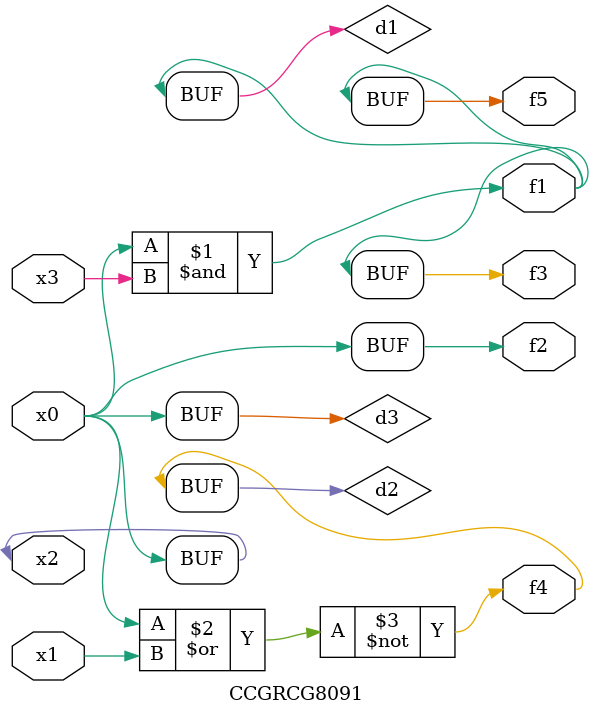
<source format=v>
module CCGRCG8091(
	input x0, x1, x2, x3,
	output f1, f2, f3, f4, f5
);

	wire d1, d2, d3;

	and (d1, x2, x3);
	nor (d2, x0, x1);
	buf (d3, x0, x2);
	assign f1 = d1;
	assign f2 = d3;
	assign f3 = d1;
	assign f4 = d2;
	assign f5 = d1;
endmodule

</source>
